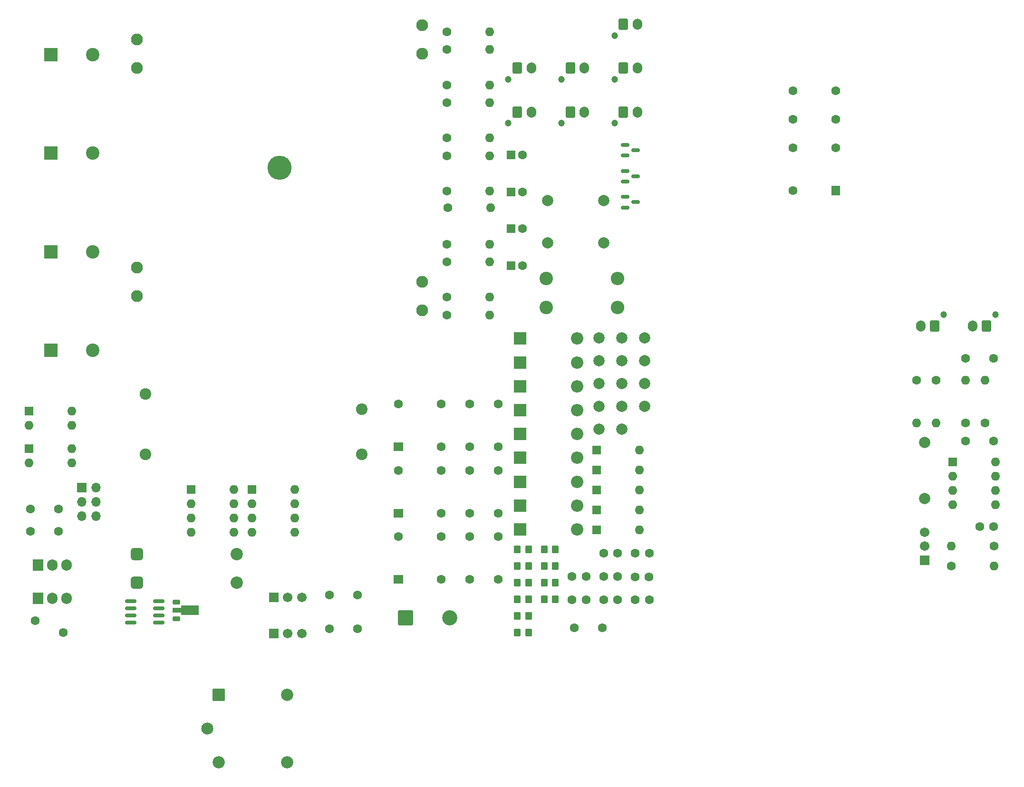
<source format=gts>
%TF.GenerationSoftware,KiCad,Pcbnew,8.0.5*%
%TF.CreationDate,2024-09-22T13:44:18+02:00*%
%TF.ProjectId,gain_box,6761696e-5f62-46f7-982e-6b696361645f,rev?*%
%TF.SameCoordinates,Original*%
%TF.FileFunction,Soldermask,Top*%
%TF.FilePolarity,Negative*%
%FSLAX46Y46*%
G04 Gerber Fmt 4.6, Leading zero omitted, Abs format (unit mm)*
G04 Created by KiCad (PCBNEW 8.0.5) date 2024-09-22 13:44:18*
%MOMM*%
%LPD*%
G01*
G04 APERTURE LIST*
G04 Aperture macros list*
%AMRoundRect*
0 Rectangle with rounded corners*
0 $1 Rounding radius*
0 $2 $3 $4 $5 $6 $7 $8 $9 X,Y pos of 4 corners*
0 Add a 4 corners polygon primitive as box body*
4,1,4,$2,$3,$4,$5,$6,$7,$8,$9,$2,$3,0*
0 Add four circle primitives for the rounded corners*
1,1,$1+$1,$2,$3*
1,1,$1+$1,$4,$5*
1,1,$1+$1,$6,$7*
1,1,$1+$1,$8,$9*
0 Add four rect primitives between the rounded corners*
20,1,$1+$1,$2,$3,$4,$5,0*
20,1,$1+$1,$4,$5,$6,$7,0*
20,1,$1+$1,$6,$7,$8,$9,0*
20,1,$1+$1,$8,$9,$2,$3,0*%
%AMFreePoly0*
4,1,9,3.862500,-0.866500,0.737500,-0.866500,0.737500,-0.450000,-0.737500,-0.450000,-0.737500,0.450000,0.737500,0.450000,0.737500,0.866500,3.862500,0.866500,3.862500,-0.866500,3.862500,-0.866500,$1*%
G04 Aperture macros list end*
%ADD10R,1.600000X1.600000*%
%ADD11O,1.600000X1.600000*%
%ADD12C,1.600000*%
%ADD13C,2.400000*%
%ADD14O,2.400000X2.400000*%
%ADD15RoundRect,0.250000X-0.350000X-0.450000X0.350000X-0.450000X0.350000X0.450000X-0.350000X0.450000X0*%
%ADD16C,1.200000*%
%ADD17RoundRect,0.250000X-0.600000X-0.750000X0.600000X-0.750000X0.600000X0.750000X-0.600000X0.750000X0*%
%ADD18O,1.700000X2.000000*%
%ADD19R,2.200000X2.200000*%
%ADD20O,2.200000X2.200000*%
%ADD21RoundRect,0.250001X-1.099999X-1.099999X1.099999X-1.099999X1.099999X1.099999X-1.099999X1.099999X0*%
%ADD22C,2.700000*%
%ADD23RoundRect,0.102000X0.754000X-0.754000X0.754000X0.754000X-0.754000X0.754000X-0.754000X-0.754000X0*%
%ADD24C,1.712000*%
%ADD25RoundRect,0.550000X-0.550000X-0.550000X0.550000X-0.550000X0.550000X0.550000X-0.550000X0.550000X0*%
%ADD26C,2.200000*%
%ADD27C,2.000000*%
%ADD28R,1.600000X1.800000*%
%ADD29R,2.400000X2.400000*%
%ADD30RoundRect,0.150000X-0.587500X-0.150000X0.587500X-0.150000X0.587500X0.150000X-0.587500X0.150000X0*%
%ADD31RoundRect,0.102000X-0.990000X-0.990000X0.990000X-0.990000X0.990000X0.990000X-0.990000X0.990000X0*%
%ADD32C,2.184000*%
%ADD33C,2.139000*%
%ADD34R,1.905000X2.000000*%
%ADD35O,1.905000X2.000000*%
%ADD36C,4.300000*%
%ADD37C,2.109000*%
%ADD38RoundRect,0.102000X-0.754000X-0.754000X0.754000X-0.754000X0.754000X0.754000X-0.754000X0.754000X0*%
%ADD39RoundRect,0.250000X0.600000X0.750000X-0.600000X0.750000X-0.600000X-0.750000X0.600000X-0.750000X0*%
%ADD40RoundRect,0.225000X-0.425000X-0.225000X0.425000X-0.225000X0.425000X0.225000X-0.425000X0.225000X0*%
%ADD41FreePoly0,0.000000*%
%ADD42R,1.700000X1.700000*%
%ADD43O,1.700000X1.700000*%
%ADD44RoundRect,0.150000X-0.825000X-0.150000X0.825000X-0.150000X0.825000X0.150000X-0.825000X0.150000X0*%
%ADD45C,2.064000*%
%ADD46R,1.800000X1.600000*%
G04 APERTURE END LIST*
D10*
%TO.C,U2*%
X80450000Y-123980000D03*
D11*
X80450000Y-126520000D03*
X80450000Y-129060000D03*
X80450000Y-131600000D03*
X88070000Y-131600000D03*
X88070000Y-129060000D03*
X88070000Y-126520000D03*
X88070000Y-123980000D03*
%TD*%
D10*
%TO.C,D1*%
X152700000Y-116980000D03*
D11*
X160320000Y-116980000D03*
%TD*%
D12*
%TO.C,C1*%
X223400000Y-100580000D03*
X218400000Y-100580000D03*
%TD*%
D13*
%TO.C,R17*%
X143700000Y-91510000D03*
D14*
X156400000Y-91510000D03*
%TD*%
D15*
%TO.C,R26*%
X138590000Y-149430000D03*
X140590000Y-149430000D03*
%TD*%
D12*
%TO.C,R8*%
X126000000Y-61360000D03*
D11*
X133620000Y-61360000D03*
%TD*%
D15*
%TO.C,R21*%
X138590000Y-143530000D03*
X140590000Y-143530000D03*
%TD*%
D12*
%TO.C,R3*%
X126000000Y-45610000D03*
D11*
X133620000Y-45610000D03*
%TD*%
D16*
%TO.C,J7*%
X155870000Y-43110000D03*
D17*
X157470000Y-41110000D03*
D18*
X159970000Y-41110000D03*
%TD*%
D19*
%TO.C,D6*%
X139090000Y-97080000D03*
D20*
X149250000Y-97080000D03*
%TD*%
D15*
%TO.C,R29*%
X143340000Y-140580000D03*
X145340000Y-140580000D03*
%TD*%
D21*
%TO.C,J11*%
X118645000Y-146860000D03*
D22*
X126565000Y-146860000D03*
%TD*%
D23*
%TO.C,RV1*%
X211150000Y-136580000D03*
D24*
X211150000Y-134080000D03*
X211150000Y-131580000D03*
%TD*%
D12*
%TO.C,R15*%
X126000000Y-83410000D03*
D11*
X133620000Y-83410000D03*
%TD*%
D25*
%TO.C,F1*%
X70820000Y-135530000D03*
X70820000Y-140530000D03*
D26*
X88620000Y-135530000D03*
X88620000Y-140530000D03*
%TD*%
D12*
%TO.C,C6*%
X51830000Y-131460000D03*
X56830000Y-131460000D03*
%TD*%
%TO.C,R7*%
X221900000Y-112140000D03*
D11*
X221900000Y-104520000D03*
%TD*%
D27*
%TO.C,TP2*%
X153150000Y-101030000D03*
%TD*%
%TO.C,TP13*%
X161250000Y-105080000D03*
%TD*%
D12*
%TO.C,K1*%
X195320000Y-63090000D03*
X195320000Y-58010000D03*
X195320000Y-52930000D03*
X187700000Y-63090000D03*
X187700000Y-58010000D03*
X187700000Y-52930000D03*
D28*
X195320000Y-70710000D03*
D12*
X187700000Y-70710000D03*
%TD*%
%TO.C,R13*%
X213150000Y-104520000D03*
D11*
X213150000Y-112140000D03*
%TD*%
D19*
%TO.C,D14*%
X139090000Y-131080000D03*
D20*
X149250000Y-131080000D03*
%TD*%
D12*
%TO.C,R6*%
X126000000Y-55060000D03*
D11*
X133620000Y-55060000D03*
%TD*%
D27*
%TO.C,TP8*%
X157200000Y-105080000D03*
%TD*%
%TO.C,TP6*%
X157200000Y-96980000D03*
%TD*%
D12*
%TO.C,C18*%
X159590000Y-143580000D03*
X162090000Y-143580000D03*
%TD*%
D16*
%TO.C,J5*%
X146420000Y-50910000D03*
D17*
X148020000Y-48910000D03*
D18*
X150520000Y-48910000D03*
%TD*%
D27*
%TO.C,TP9*%
X157200000Y-109130000D03*
%TD*%
D10*
%TO.C,C25*%
X137459775Y-70960000D03*
D12*
X139459775Y-70960000D03*
%TD*%
D27*
%TO.C,TP1*%
X153150000Y-96980000D03*
%TD*%
%TO.C,C9*%
X144000000Y-80010000D03*
X154000000Y-80010000D03*
%TD*%
D12*
%TO.C,C12*%
X148290000Y-143580000D03*
X150790000Y-143580000D03*
%TD*%
%TO.C,R14*%
X126000000Y-80260000D03*
D11*
X133620000Y-80260000D03*
%TD*%
D10*
%TO.C,U1*%
X216100000Y-119030000D03*
D11*
X216100000Y-121570000D03*
X216100000Y-124110000D03*
X216100000Y-126650000D03*
X223720000Y-126650000D03*
X223720000Y-124110000D03*
X223720000Y-121570000D03*
X223720000Y-119030000D03*
%TD*%
D12*
%TO.C,R1*%
X218400000Y-112140000D03*
D11*
X218400000Y-104520000D03*
%TD*%
D29*
%TO.C,C21*%
X55454491Y-64060000D03*
D13*
X62954491Y-64060000D03*
%TD*%
D27*
%TO.C,TP4*%
X153150000Y-109130000D03*
%TD*%
D10*
%TO.C,D2*%
X152700000Y-120530000D03*
D11*
X160320000Y-120530000D03*
%TD*%
D12*
%TO.C,C17*%
X159530000Y-139580000D03*
X162030000Y-139580000D03*
%TD*%
D10*
%TO.C,C26*%
X137459775Y-77510000D03*
D12*
X139459775Y-77510000D03*
%TD*%
D10*
%TO.C,U10*%
X51580000Y-116710000D03*
D11*
X51580000Y-119250000D03*
X59200000Y-119250000D03*
X59200000Y-116710000D03*
%TD*%
D12*
%TO.C,R12*%
X126210000Y-73800000D03*
D11*
X133830000Y-73800000D03*
%TD*%
D12*
%TO.C,C16*%
X159590000Y-135280000D03*
X162090000Y-135280000D03*
%TD*%
D27*
%TO.C,TP3*%
X153150000Y-105080000D03*
%TD*%
D16*
%TO.C,J8*%
X155870000Y-50910000D03*
D17*
X157470000Y-48910000D03*
D18*
X159970000Y-48910000D03*
%TD*%
D27*
%TO.C,TP10*%
X157200000Y-113180000D03*
%TD*%
D12*
%TO.C,R5*%
X126000000Y-51910000D03*
D11*
X133620000Y-51910000D03*
%TD*%
D12*
%TO.C,C11*%
X148290000Y-139430000D03*
X150790000Y-139430000D03*
%TD*%
D30*
%TO.C,Q3*%
X157782500Y-71835000D03*
X157782500Y-73735000D03*
X159657500Y-72785000D03*
%TD*%
D19*
%TO.C,D11*%
X139090000Y-118330000D03*
D20*
X149250000Y-118330000D03*
%TD*%
D31*
%TO.C,K4*%
X85390000Y-160545000D03*
D32*
X85390000Y-172545000D03*
D33*
X83390000Y-166545000D03*
D32*
X97590000Y-160545000D03*
X97590000Y-172545000D03*
%TD*%
D12*
%TO.C,R4*%
X209650000Y-104520000D03*
D11*
X209650000Y-112140000D03*
%TD*%
D34*
%TO.C,U4*%
X53190000Y-137410000D03*
D35*
X55730000Y-137410000D03*
X58270000Y-137410000D03*
%TD*%
D15*
%TO.C,R18*%
X138590000Y-134680000D03*
X140590000Y-134680000D03*
%TD*%
D12*
%TO.C,R24*%
X126000000Y-92860000D03*
D11*
X133620000Y-92860000D03*
%TD*%
D15*
%TO.C,R27*%
X143340000Y-134680000D03*
X145340000Y-134680000D03*
%TD*%
D36*
%TO.C,T1*%
X96250000Y-66685000D03*
D37*
X70850000Y-43825000D03*
X70850000Y-48905000D03*
X70850000Y-84465000D03*
X70850000Y-89545000D03*
X121650000Y-92085000D03*
X121650000Y-87005000D03*
X121650000Y-46365000D03*
X121650000Y-41285000D03*
%TD*%
D16*
%TO.C,J2*%
X136970000Y-50910000D03*
D17*
X138570000Y-48910000D03*
D18*
X141070000Y-48910000D03*
%TD*%
D38*
%TO.C,RV2*%
X95165000Y-143230000D03*
D24*
X97665000Y-143230000D03*
X100165000Y-143230000D03*
%TD*%
D10*
%TO.C,D5*%
X152700000Y-131180000D03*
D11*
X160320000Y-131180000D03*
%TD*%
D27*
%TO.C,C7*%
X211150000Y-125580000D03*
X211150000Y-115580000D03*
%TD*%
D15*
%TO.C,R20*%
X138590000Y-140580000D03*
X140590000Y-140580000D03*
%TD*%
D16*
%TO.C,J4*%
X214500000Y-92830000D03*
D39*
X212900000Y-94830000D03*
D18*
X210400000Y-94830000D03*
%TD*%
D10*
%TO.C,D4*%
X152700000Y-127630000D03*
D11*
X160320000Y-127630000D03*
%TD*%
D16*
%TO.C,J9*%
X155870000Y-58710000D03*
D17*
X157470000Y-56710000D03*
D18*
X159970000Y-56710000D03*
%TD*%
D27*
%TO.C,C8*%
X144000000Y-72460000D03*
X154000000Y-72460000D03*
%TD*%
%TO.C,TP11*%
X161250000Y-96980000D03*
%TD*%
D40*
%TO.C,U6*%
X77850000Y-144005000D03*
D41*
X77937500Y-145505000D03*
D40*
X77850000Y-147005000D03*
%TD*%
D29*
%TO.C,C20*%
X55454491Y-46510000D03*
D13*
X62954491Y-46510000D03*
%TD*%
D10*
%TO.C,D3*%
X152700000Y-124080000D03*
D11*
X160320000Y-124080000D03*
%TD*%
D12*
%TO.C,R9*%
X126000000Y-64510000D03*
D11*
X133620000Y-64510000D03*
%TD*%
D15*
%TO.C,R30*%
X143340000Y-143530000D03*
X145340000Y-143530000D03*
%TD*%
D19*
%TO.C,D13*%
X139090000Y-126830000D03*
D20*
X149250000Y-126830000D03*
%TD*%
D19*
%TO.C,D9*%
X139090000Y-109830000D03*
D20*
X149250000Y-109830000D03*
%TD*%
D12*
%TO.C,C3*%
X105080000Y-148780000D03*
X110080000Y-148780000D03*
%TD*%
D29*
%TO.C,C22*%
X55454491Y-81610000D03*
D13*
X62954491Y-81610000D03*
%TD*%
D10*
%TO.C,U9*%
X51580000Y-110010000D03*
D11*
X51580000Y-112550000D03*
X59200000Y-112550000D03*
X59200000Y-110010000D03*
%TD*%
D27*
%TO.C,TP7*%
X157200000Y-101030000D03*
%TD*%
D13*
%TO.C,R16*%
X143700000Y-86360000D03*
D14*
X156400000Y-86360000D03*
%TD*%
D19*
%TO.C,D7*%
X139090000Y-101330000D03*
D20*
X149250000Y-101330000D03*
%TD*%
D19*
%TO.C,D8*%
X139090000Y-105580000D03*
D20*
X149250000Y-105580000D03*
%TD*%
D12*
%TO.C,C10*%
X220900000Y-130580000D03*
X223400000Y-130580000D03*
%TD*%
D42*
%TO.C,J10*%
X61030000Y-123660000D03*
D43*
X63570000Y-123660000D03*
X61030000Y-126200000D03*
X63570000Y-126200000D03*
X61030000Y-128740000D03*
X63570000Y-128740000D03*
%TD*%
D44*
%TO.C,U7*%
X69725000Y-143855000D03*
X69725000Y-145125000D03*
X69725000Y-146395000D03*
X69725000Y-147665000D03*
X74675000Y-147665000D03*
X74675000Y-146395000D03*
X74675000Y-145125000D03*
X74675000Y-143855000D03*
%TD*%
D15*
%TO.C,R25*%
X138590000Y-146480000D03*
X140590000Y-146480000D03*
%TD*%
D12*
%TO.C,C19*%
X148740000Y-148630000D03*
X153740000Y-148630000D03*
%TD*%
D10*
%TO.C,U3*%
X91300000Y-123980000D03*
D11*
X91300000Y-126520000D03*
X91300000Y-129060000D03*
X91300000Y-131600000D03*
X98920000Y-131600000D03*
X98920000Y-129060000D03*
X98920000Y-126520000D03*
X98920000Y-123980000D03*
%TD*%
D30*
%TO.C,Q2*%
X157782500Y-67210000D03*
X157782500Y-69110000D03*
X159657500Y-68160000D03*
%TD*%
D12*
%TO.C,RV4*%
X52730000Y-147380000D03*
X57730000Y-149480000D03*
%TD*%
D19*
%TO.C,D12*%
X139090000Y-122580000D03*
D20*
X149250000Y-122580000D03*
%TD*%
D16*
%TO.C,J3*%
X136970000Y-58710000D03*
D17*
X138570000Y-56710000D03*
D18*
X141070000Y-56710000D03*
%TD*%
D38*
%TO.C,RV3*%
X95165000Y-149610000D03*
D24*
X97665000Y-149610000D03*
X100165000Y-149610000D03*
%TD*%
D29*
%TO.C,C23*%
X55454491Y-99160000D03*
D13*
X62954491Y-99160000D03*
%TD*%
D12*
%TO.C,C2*%
X105080000Y-142730000D03*
X110080000Y-142730000D03*
%TD*%
D45*
%TO.C,PS1*%
X110850000Y-109680000D03*
X110850000Y-117680000D03*
X72350000Y-117680000D03*
X72350000Y-106930000D03*
%TD*%
D12*
%TO.C,R11*%
X126000000Y-70810000D03*
D11*
X133620000Y-70810000D03*
%TD*%
D16*
%TO.C,J1*%
X223750000Y-92830000D03*
D39*
X222150000Y-94830000D03*
D18*
X219650000Y-94830000D03*
%TD*%
D19*
%TO.C,D10*%
X139090000Y-114080000D03*
D20*
X149250000Y-114080000D03*
%TD*%
D27*
%TO.C,TP5*%
X153150000Y-113180000D03*
%TD*%
D12*
%TO.C,C5*%
X51830000Y-127410000D03*
X56830000Y-127410000D03*
%TD*%
%TO.C,C13*%
X153940000Y-135280000D03*
X156440000Y-135280000D03*
%TD*%
%TO.C,R10*%
X215840000Y-137580000D03*
D11*
X223460000Y-137580000D03*
%TD*%
D16*
%TO.C,J6*%
X146420000Y-58710000D03*
D17*
X148020000Y-56710000D03*
D18*
X150520000Y-56710000D03*
%TD*%
D12*
%TO.C,K2*%
X125025000Y-116385000D03*
X130105000Y-116385000D03*
X135185000Y-116385000D03*
X125025000Y-108765000D03*
X130105000Y-108765000D03*
X135185000Y-108765000D03*
D46*
X117405000Y-116385000D03*
D12*
X117405000Y-108765000D03*
%TD*%
D15*
%TO.C,R19*%
X138590000Y-137630000D03*
X140590000Y-137630000D03*
%TD*%
D12*
%TO.C,K3*%
X125025000Y-128180000D03*
X130105000Y-128180000D03*
X135185000Y-128180000D03*
X125025000Y-120560000D03*
X130105000Y-120560000D03*
X135185000Y-120560000D03*
D46*
X117405000Y-128180000D03*
D12*
X117405000Y-120560000D03*
%TD*%
%TO.C,C15*%
X153940000Y-143580000D03*
X156440000Y-143580000D03*
%TD*%
%TO.C,R22*%
X223460000Y-134080000D03*
D11*
X215840000Y-134080000D03*
%TD*%
D34*
%TO.C,U5*%
X53190000Y-143370000D03*
D35*
X55730000Y-143370000D03*
X58270000Y-143370000D03*
%TD*%
D15*
%TO.C,R28*%
X143340000Y-137630000D03*
X145340000Y-137630000D03*
%TD*%
D10*
%TO.C,C27*%
X137459775Y-84060000D03*
D12*
X139459775Y-84060000D03*
%TD*%
D10*
%TO.C,C24*%
X137459775Y-64410000D03*
D12*
X139459775Y-64410000D03*
%TD*%
%TO.C,R2*%
X126000000Y-42460000D03*
D11*
X133620000Y-42460000D03*
%TD*%
D27*
%TO.C,TP12*%
X161250000Y-101030000D03*
%TD*%
D12*
%TO.C,R23*%
X126000000Y-89710000D03*
D11*
X133620000Y-89710000D03*
%TD*%
D12*
%TO.C,C14*%
X153940000Y-139430000D03*
X156440000Y-139430000D03*
%TD*%
%TO.C,C4*%
X223400000Y-115330000D03*
X218400000Y-115330000D03*
%TD*%
D30*
%TO.C,Q1*%
X157782500Y-62585000D03*
X157782500Y-64485000D03*
X159657500Y-63535000D03*
%TD*%
D12*
%TO.C,K5*%
X125025000Y-139975000D03*
X130105000Y-139975000D03*
X135185000Y-139975000D03*
X125025000Y-132355000D03*
X130105000Y-132355000D03*
X135185000Y-132355000D03*
D46*
X117405000Y-139975000D03*
D12*
X117405000Y-132355000D03*
%TD*%
D27*
%TO.C,TP14*%
X161250000Y-109130000D03*
%TD*%
M02*

</source>
